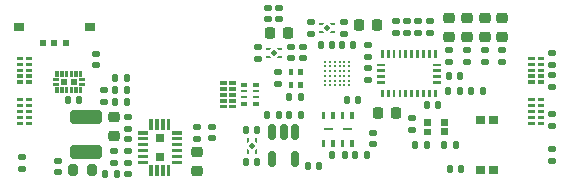
<source format=gbr>
%TF.GenerationSoftware,KiCad,Pcbnew,9.0.6*%
%TF.CreationDate,2025-12-28T22:26:22+01:00*%
%TF.ProjectId,VoxSense,566f7853-656e-4736-952e-6b696361645f,1.0*%
%TF.SameCoordinates,Original*%
%TF.FileFunction,Paste,Top*%
%TF.FilePolarity,Positive*%
%FSLAX46Y46*%
G04 Gerber Fmt 4.6, Leading zero omitted, Abs format (unit mm)*
G04 Created by KiCad (PCBNEW 9.0.6) date 2025-12-28 22:26:22*
%MOMM*%
%LPD*%
G01*
G04 APERTURE LIST*
G04 Aperture macros list*
%AMRoundRect*
0 Rectangle with rounded corners*
0 $1 Rounding radius*
0 $2 $3 $4 $5 $6 $7 $8 $9 X,Y pos of 4 corners*
0 Add a 4 corners polygon primitive as box body*
4,1,4,$2,$3,$4,$5,$6,$7,$8,$9,$2,$3,0*
0 Add four circle primitives for the rounded corners*
1,1,$1+$1,$2,$3*
1,1,$1+$1,$4,$5*
1,1,$1+$1,$6,$7*
1,1,$1+$1,$8,$9*
0 Add four rect primitives between the rounded corners*
20,1,$1+$1,$2,$3,$4,$5,0*
20,1,$1+$1,$4,$5,$6,$7,0*
20,1,$1+$1,$6,$7,$8,$9,0*
20,1,$1+$1,$8,$9,$2,$3,0*%
%AMFreePoly0*
4,1,6,0.180000,0.075000,0.000000,-0.105000,-0.220000,-0.105000,-0.220000,0.105000,0.180000,0.105000,0.180000,0.075000,0.180000,0.075000,$1*%
%AMFreePoly1*
4,1,6,0.180000,-0.075000,0.180000,-0.105000,-0.220000,-0.105000,-0.220000,0.105000,0.000000,0.105000,0.180000,-0.075000,0.180000,-0.075000,$1*%
%AMFreePoly2*
4,1,6,0.220000,-0.105000,0.000000,-0.105000,-0.180000,0.075000,-0.180000,0.105000,0.220000,0.105000,0.220000,-0.105000,0.220000,-0.105000,$1*%
%AMFreePoly3*
4,1,6,0.220000,-0.105000,-0.180000,-0.105000,-0.180000,-0.075000,0.000000,0.105000,0.220000,0.105000,0.220000,-0.105000,0.220000,-0.105000,$1*%
G04 Aperture macros list end*
%ADD10C,0.010000*%
%ADD11RoundRect,0.150000X-0.150000X0.512500X-0.150000X-0.512500X0.150000X-0.512500X0.150000X0.512500X0*%
%ADD12RoundRect,0.140000X0.140000X0.170000X-0.140000X0.170000X-0.140000X-0.170000X0.140000X-0.170000X0*%
%ADD13RoundRect,0.147500X0.147500X0.172500X-0.147500X0.172500X-0.147500X-0.172500X0.147500X-0.172500X0*%
%ADD14C,0.270000*%
%ADD15O,0.100000X0.300000*%
%ADD16O,0.300000X0.100000*%
%ADD17RoundRect,0.140000X-0.140000X-0.170000X0.140000X-0.170000X0.140000X0.170000X-0.140000X0.170000X0*%
%ADD18RoundRect,0.218750X-0.256250X0.218750X-0.256250X-0.218750X0.256250X-0.218750X0.256250X0.218750X0*%
%ADD19FreePoly0,180.000000*%
%ADD20FreePoly1,180.000000*%
%ADD21FreePoly2,180.000000*%
%ADD22FreePoly3,180.000000*%
%ADD23RoundRect,0.112500X0.000000X0.159099X-0.159099X0.000000X0.000000X-0.159099X0.159099X0.000000X0*%
%ADD24RoundRect,0.147500X0.172500X-0.147500X0.172500X0.147500X-0.172500X0.147500X-0.172500X-0.147500X0*%
%ADD25RoundRect,0.200000X0.200000X0.275000X-0.200000X0.275000X-0.200000X-0.275000X0.200000X-0.275000X0*%
%ADD26RoundRect,0.135000X-0.185000X0.135000X-0.185000X-0.135000X0.185000X-0.135000X0.185000X0.135000X0*%
%ADD27RoundRect,0.135000X0.135000X0.185000X-0.135000X0.185000X-0.135000X-0.185000X0.135000X-0.185000X0*%
%ADD28RoundRect,0.135000X0.185000X-0.135000X0.185000X0.135000X-0.185000X0.135000X-0.185000X-0.135000X0*%
%ADD29RoundRect,0.140000X-0.170000X0.140000X-0.170000X-0.140000X0.170000X-0.140000X0.170000X0.140000X0*%
%ADD30RoundRect,0.225000X-0.225000X-0.250000X0.225000X-0.250000X0.225000X0.250000X-0.225000X0.250000X0*%
%ADD31R,0.550000X0.365000*%
%ADD32R,0.550000X0.250000*%
%ADD33RoundRect,0.140000X0.170000X-0.140000X0.170000X0.140000X-0.170000X0.140000X-0.170000X-0.140000X0*%
%ADD34RoundRect,0.147500X-0.172500X0.147500X-0.172500X-0.147500X0.172500X-0.147500X0.172500X0.147500X0*%
%ADD35RoundRect,0.225000X0.225000X0.250000X-0.225000X0.250000X-0.225000X-0.250000X0.225000X-0.250000X0*%
%ADD36FreePoly0,90.000000*%
%ADD37FreePoly1,90.000000*%
%ADD38FreePoly2,90.000000*%
%ADD39FreePoly3,90.000000*%
%ADD40RoundRect,0.112500X0.159099X0.000000X0.000000X0.159099X-0.159099X0.000000X0.000000X-0.159099X0*%
%ADD41RoundRect,0.250000X-1.100000X0.325000X-1.100000X-0.325000X1.100000X-0.325000X1.100000X0.325000X0*%
%ADD42R,0.600000X0.510000*%
%ADD43R,0.900000X0.700000*%
%ADD44RoundRect,0.147500X-0.147500X-0.172500X0.147500X-0.172500X0.147500X0.172500X-0.147500X0.172500X0*%
%ADD45RoundRect,0.135000X-0.135000X-0.185000X0.135000X-0.185000X0.135000X0.185000X-0.135000X0.185000X0*%
%ADD46RoundRect,0.218750X0.256250X-0.218750X0.256250X0.218750X-0.256250X0.218750X-0.256250X-0.218750X0*%
%ADD47RoundRect,0.225000X-0.250000X0.225000X-0.250000X-0.225000X0.250000X-0.225000X0.250000X0.225000X0*%
G04 APERTURE END LIST*
%TO.C,U305*%
D10*
X115000000Y-74650000D02*
X114800000Y-74650000D01*
X114800000Y-75150000D01*
X115000000Y-75150000D01*
X115000000Y-74650000D01*
G36*
X115000000Y-74650000D02*
G01*
X114800000Y-74650000D01*
X114800000Y-75150000D01*
X115000000Y-75150000D01*
X115000000Y-74650000D01*
G37*
X114200000Y-74650000D02*
X114000000Y-74650000D01*
X114000000Y-75150000D01*
X114200000Y-75150000D01*
X114200000Y-74650000D01*
G36*
X114200000Y-74650000D02*
G01*
X114000000Y-74650000D01*
X114000000Y-75150000D01*
X114200000Y-75150000D01*
X114200000Y-74650000D01*
G37*
X113400000Y-74650000D02*
X113200000Y-74650000D01*
X113200000Y-75150000D01*
X113400000Y-75150000D01*
X113400000Y-74650000D01*
G36*
X113400000Y-74650000D02*
G01*
X113200000Y-74650000D01*
X113200000Y-75150000D01*
X113400000Y-75150000D01*
X113400000Y-74650000D01*
G37*
X112600000Y-74650000D02*
X112400000Y-74650000D01*
X112400000Y-75150000D01*
X112600000Y-75150000D01*
X112600000Y-74650000D01*
G36*
X112600000Y-74650000D02*
G01*
X112400000Y-74650000D01*
X112400000Y-75150000D01*
X112600000Y-75150000D01*
X112600000Y-74650000D01*
G37*
X114850000Y-76050000D02*
X114150000Y-76050000D01*
X114150000Y-76150000D01*
X114850000Y-76150000D01*
X114850000Y-76050000D01*
G36*
X114850000Y-76050000D02*
G01*
X114150000Y-76050000D01*
X114150000Y-76150000D01*
X114850000Y-76150000D01*
X114850000Y-76050000D01*
G37*
X113250000Y-76050000D02*
X112550000Y-76050000D01*
X112550000Y-76150000D01*
X113250000Y-76150000D01*
X113250000Y-76050000D01*
G36*
X113250000Y-76050000D02*
G01*
X112550000Y-76050000D01*
X112550000Y-76150000D01*
X113250000Y-76150000D01*
X113250000Y-76050000D01*
G37*
X115000000Y-77050000D02*
X114800000Y-77050000D01*
X114800000Y-77550000D01*
X115000000Y-77550000D01*
X115000000Y-77050000D01*
G36*
X115000000Y-77050000D02*
G01*
X114800000Y-77050000D01*
X114800000Y-77550000D01*
X115000000Y-77550000D01*
X115000000Y-77050000D01*
G37*
X114200000Y-77050000D02*
X114000000Y-77050000D01*
X114000000Y-77550000D01*
X114200000Y-77550000D01*
X114200000Y-77050000D01*
G36*
X114200000Y-77050000D02*
G01*
X114000000Y-77050000D01*
X114000000Y-77550000D01*
X114200000Y-77550000D01*
X114200000Y-77050000D01*
G37*
X113400000Y-77050000D02*
X113200000Y-77050000D01*
X113200000Y-77550000D01*
X113400000Y-77550000D01*
X113400000Y-77050000D01*
G36*
X113400000Y-77050000D02*
G01*
X113200000Y-77050000D01*
X113200000Y-77550000D01*
X113400000Y-77550000D01*
X113400000Y-77050000D01*
G37*
X112600000Y-77050000D02*
X112400000Y-77050000D01*
X112400000Y-77550000D01*
X112600000Y-77550000D01*
X112600000Y-77050000D01*
G36*
X112600000Y-77050000D02*
G01*
X112400000Y-77050000D01*
X112400000Y-77550000D01*
X112600000Y-77550000D01*
X112600000Y-77050000D01*
G37*
%TO.C,U401*%
X122400000Y-70725000D02*
X121825000Y-70725000D01*
X121825000Y-70575000D01*
X122400000Y-70575000D01*
X122400000Y-70725000D01*
G36*
X122400000Y-70725000D02*
G01*
X121825000Y-70725000D01*
X121825000Y-70575000D01*
X122400000Y-70575000D01*
X122400000Y-70725000D01*
G37*
X122400000Y-71225000D02*
X121825000Y-71225000D01*
X121825000Y-71075000D01*
X122400000Y-71075000D01*
X122400000Y-71225000D01*
G36*
X122400000Y-71225000D02*
G01*
X121825000Y-71225000D01*
X121825000Y-71075000D01*
X122400000Y-71075000D01*
X122400000Y-71225000D01*
G37*
X122400000Y-71725000D02*
X121825000Y-71725000D01*
X121825000Y-71575000D01*
X122400000Y-71575000D01*
X122400000Y-71725000D01*
G36*
X122400000Y-71725000D02*
G01*
X121825000Y-71725000D01*
X121825000Y-71575000D01*
X122400000Y-71575000D01*
X122400000Y-71725000D01*
G37*
X122400000Y-72230000D02*
X121825000Y-72230000D01*
X121825000Y-72080000D01*
X122400000Y-72080000D01*
X122400000Y-72230000D01*
G36*
X122400000Y-72230000D02*
G01*
X121825000Y-72230000D01*
X121825000Y-72080000D01*
X122400000Y-72080000D01*
X122400000Y-72230000D01*
G37*
X117625000Y-72225000D02*
X117050000Y-72225000D01*
X117050000Y-72075000D01*
X117625000Y-72075000D01*
X117625000Y-72225000D01*
G36*
X117625000Y-72225000D02*
G01*
X117050000Y-72225000D01*
X117050000Y-72075000D01*
X117625000Y-72075000D01*
X117625000Y-72225000D01*
G37*
X117625000Y-71725000D02*
X117050000Y-71725000D01*
X117050000Y-71575000D01*
X117625000Y-71575000D01*
X117625000Y-71725000D01*
G36*
X117625000Y-71725000D02*
G01*
X117050000Y-71725000D01*
X117050000Y-71575000D01*
X117625000Y-71575000D01*
X117625000Y-71725000D01*
G37*
X117625000Y-71225000D02*
X117050000Y-71225000D01*
X117050000Y-71075000D01*
X117625000Y-71075000D01*
X117625000Y-71225000D01*
G36*
X117625000Y-71225000D02*
G01*
X117050000Y-71225000D01*
X117050000Y-71075000D01*
X117625000Y-71075000D01*
X117625000Y-71225000D01*
G37*
X117627500Y-70725000D02*
X117052500Y-70725000D01*
X117052500Y-70575000D01*
X117627500Y-70575000D01*
X117627500Y-70725000D01*
G36*
X117627500Y-70725000D02*
G01*
X117052500Y-70725000D01*
X117052500Y-70575000D01*
X117627500Y-70575000D01*
X117627500Y-70725000D01*
G37*
X117545000Y-70025000D02*
X117395000Y-70025000D01*
X117395000Y-69450000D01*
X117545000Y-69450000D01*
X117545000Y-70025000D01*
G36*
X117545000Y-70025000D02*
G01*
X117395000Y-70025000D01*
X117395000Y-69450000D01*
X117545000Y-69450000D01*
X117545000Y-70025000D01*
G37*
X118045000Y-70025000D02*
X117895000Y-70025000D01*
X117895000Y-69450000D01*
X118045000Y-69450000D01*
X118045000Y-70025000D01*
G36*
X118045000Y-70025000D02*
G01*
X117895000Y-70025000D01*
X117895000Y-69450000D01*
X118045000Y-69450000D01*
X118045000Y-70025000D01*
G37*
X118545000Y-70025000D02*
X118395000Y-70025000D01*
X118395000Y-69450000D01*
X118545000Y-69450000D01*
X118545000Y-70025000D01*
G36*
X118545000Y-70025000D02*
G01*
X118395000Y-70025000D01*
X118395000Y-69450000D01*
X118545000Y-69450000D01*
X118545000Y-70025000D01*
G37*
X119045000Y-70025000D02*
X118895000Y-70025000D01*
X118895000Y-69450000D01*
X119045000Y-69450000D01*
X119045000Y-70025000D01*
G36*
X119045000Y-70025000D02*
G01*
X118895000Y-70025000D01*
X118895000Y-69450000D01*
X119045000Y-69450000D01*
X119045000Y-70025000D01*
G37*
X119545000Y-70025000D02*
X119395000Y-70025000D01*
X119395000Y-69450000D01*
X119545000Y-69450000D01*
X119545000Y-70025000D01*
G36*
X119545000Y-70025000D02*
G01*
X119395000Y-70025000D01*
X119395000Y-69450000D01*
X119545000Y-69450000D01*
X119545000Y-70025000D01*
G37*
X120045000Y-70025000D02*
X119895000Y-70025000D01*
X119895000Y-69450000D01*
X120045000Y-69450000D01*
X120045000Y-70025000D01*
G36*
X120045000Y-70025000D02*
G01*
X119895000Y-70025000D01*
X119895000Y-69450000D01*
X120045000Y-69450000D01*
X120045000Y-70025000D01*
G37*
X120545000Y-70025000D02*
X120395000Y-70025000D01*
X120395000Y-69450000D01*
X120545000Y-69450000D01*
X120545000Y-70025000D01*
G36*
X120545000Y-70025000D02*
G01*
X120395000Y-70025000D01*
X120395000Y-69450000D01*
X120545000Y-69450000D01*
X120545000Y-70025000D01*
G37*
X121045000Y-70025000D02*
X120895000Y-70025000D01*
X120895000Y-69450000D01*
X121045000Y-69450000D01*
X121045000Y-70025000D01*
G36*
X121045000Y-70025000D02*
G01*
X120895000Y-70025000D01*
X120895000Y-69450000D01*
X121045000Y-69450000D01*
X121045000Y-70025000D01*
G37*
X121545000Y-70025000D02*
X121395000Y-70025000D01*
X121395000Y-69450000D01*
X121545000Y-69450000D01*
X121545000Y-70025000D01*
G36*
X121545000Y-70025000D02*
G01*
X121395000Y-70025000D01*
X121395000Y-69450000D01*
X121545000Y-69450000D01*
X121545000Y-70025000D01*
G37*
X122045000Y-70025000D02*
X121895000Y-70025000D01*
X121895000Y-69450000D01*
X122045000Y-69450000D01*
X122045000Y-70025000D01*
G36*
X122045000Y-70025000D02*
G01*
X121895000Y-70025000D01*
X121895000Y-69450000D01*
X122045000Y-69450000D01*
X122045000Y-70025000D01*
G37*
X117545000Y-73350000D02*
X117395000Y-73350000D01*
X117395000Y-72775000D01*
X117545000Y-72775000D01*
X117545000Y-73350000D01*
G36*
X117545000Y-73350000D02*
G01*
X117395000Y-73350000D01*
X117395000Y-72775000D01*
X117545000Y-72775000D01*
X117545000Y-73350000D01*
G37*
X118045000Y-73350000D02*
X117895000Y-73350000D01*
X117895000Y-72775000D01*
X118045000Y-72775000D01*
X118045000Y-73350000D01*
G36*
X118045000Y-73350000D02*
G01*
X117895000Y-73350000D01*
X117895000Y-72775000D01*
X118045000Y-72775000D01*
X118045000Y-73350000D01*
G37*
X118545000Y-73350000D02*
X118395000Y-73350000D01*
X118395000Y-72775000D01*
X118545000Y-72775000D01*
X118545000Y-73350000D01*
G36*
X118545000Y-73350000D02*
G01*
X118395000Y-73350000D01*
X118395000Y-72775000D01*
X118545000Y-72775000D01*
X118545000Y-73350000D01*
G37*
X119045000Y-73350000D02*
X118895000Y-73350000D01*
X118895000Y-72775000D01*
X119045000Y-72775000D01*
X119045000Y-73350000D01*
G36*
X119045000Y-73350000D02*
G01*
X118895000Y-73350000D01*
X118895000Y-72775000D01*
X119045000Y-72775000D01*
X119045000Y-73350000D01*
G37*
X119545000Y-73350000D02*
X119395000Y-73350000D01*
X119395000Y-72775000D01*
X119545000Y-72775000D01*
X119545000Y-73350000D01*
G36*
X119545000Y-73350000D02*
G01*
X119395000Y-73350000D01*
X119395000Y-72775000D01*
X119545000Y-72775000D01*
X119545000Y-73350000D01*
G37*
X120045000Y-73350000D02*
X119895000Y-73350000D01*
X119895000Y-72775000D01*
X120045000Y-72775000D01*
X120045000Y-73350000D01*
G36*
X120045000Y-73350000D02*
G01*
X119895000Y-73350000D01*
X119895000Y-72775000D01*
X120045000Y-72775000D01*
X120045000Y-73350000D01*
G37*
X120545000Y-73350000D02*
X120395000Y-73350000D01*
X120395000Y-72775000D01*
X120545000Y-72775000D01*
X120545000Y-73350000D01*
G36*
X120545000Y-73350000D02*
G01*
X120395000Y-73350000D01*
X120395000Y-72775000D01*
X120545000Y-72775000D01*
X120545000Y-73350000D01*
G37*
X121045000Y-73350000D02*
X120895000Y-73350000D01*
X120895000Y-72775000D01*
X121045000Y-72775000D01*
X121045000Y-73350000D01*
G36*
X121045000Y-73350000D02*
G01*
X120895000Y-73350000D01*
X120895000Y-72775000D01*
X121045000Y-72775000D01*
X121045000Y-73350000D01*
G37*
X121545000Y-73350000D02*
X121395000Y-73350000D01*
X121395000Y-72775000D01*
X121545000Y-72775000D01*
X121545000Y-73350000D01*
G36*
X121545000Y-73350000D02*
G01*
X121395000Y-73350000D01*
X121395000Y-72775000D01*
X121545000Y-72775000D01*
X121545000Y-73350000D01*
G37*
X122045000Y-73350000D02*
X121895000Y-73350000D01*
X121895000Y-72775000D01*
X122045000Y-72775000D01*
X122045000Y-73350000D01*
G36*
X122045000Y-73350000D02*
G01*
X121895000Y-73350000D01*
X121895000Y-72775000D01*
X122045000Y-72775000D01*
X122045000Y-73350000D01*
G37*
%TO.C,U504*%
X131117101Y-75700000D02*
X130667101Y-75700000D01*
X130667101Y-75500000D01*
X131117101Y-75500000D01*
X131117101Y-75700000D01*
G36*
X131117101Y-75700000D02*
G01*
X130667101Y-75700000D01*
X130667101Y-75500000D01*
X131117101Y-75500000D01*
X131117101Y-75700000D01*
G37*
X131117101Y-75200000D02*
X130667101Y-75200000D01*
X130667101Y-75000000D01*
X131117101Y-75000000D01*
X131117101Y-75200000D01*
G36*
X131117101Y-75200000D02*
G01*
X130667101Y-75200000D01*
X130667101Y-75000000D01*
X131117101Y-75000000D01*
X131117101Y-75200000D01*
G37*
X131117101Y-74700000D02*
X130667101Y-74700000D01*
X130667101Y-74500000D01*
X131117101Y-74500000D01*
X131117101Y-74700000D01*
G36*
X131117101Y-74700000D02*
G01*
X130667101Y-74700000D01*
X130667101Y-74500000D01*
X131117101Y-74500000D01*
X131117101Y-74700000D01*
G37*
X131117101Y-74200000D02*
X130667101Y-74200000D01*
X130667101Y-74000000D01*
X131117101Y-74000000D01*
X131117101Y-74200000D01*
G36*
X131117101Y-74200000D02*
G01*
X130667101Y-74200000D01*
X130667101Y-74000000D01*
X131117101Y-74000000D01*
X131117101Y-74200000D01*
G37*
X131117101Y-73700000D02*
X130667101Y-73700000D01*
X130667101Y-73500000D01*
X131117101Y-73500000D01*
X131117101Y-73700000D01*
G36*
X131117101Y-73700000D02*
G01*
X130667101Y-73700000D01*
X130667101Y-73500000D01*
X131117101Y-73500000D01*
X131117101Y-73700000D01*
G37*
X130342101Y-75700000D02*
X129892101Y-75700000D01*
X129892101Y-75500000D01*
X130342101Y-75500000D01*
X130342101Y-75700000D01*
G36*
X130342101Y-75700000D02*
G01*
X129892101Y-75700000D01*
X129892101Y-75500000D01*
X130342101Y-75500000D01*
X130342101Y-75700000D01*
G37*
X130342101Y-75200000D02*
X129892101Y-75200000D01*
X129892101Y-75000000D01*
X130342101Y-75000000D01*
X130342101Y-75200000D01*
G36*
X130342101Y-75200000D02*
G01*
X129892101Y-75200000D01*
X129892101Y-75000000D01*
X130342101Y-75000000D01*
X130342101Y-75200000D01*
G37*
X130342101Y-74700000D02*
X129892101Y-74700000D01*
X129892101Y-74500000D01*
X130342101Y-74500000D01*
X130342101Y-74700000D01*
G36*
X130342101Y-74700000D02*
G01*
X129892101Y-74700000D01*
X129892101Y-74500000D01*
X130342101Y-74500000D01*
X130342101Y-74700000D01*
G37*
X130342101Y-74200000D02*
X129892101Y-74200000D01*
X129892101Y-74000000D01*
X130342101Y-74000000D01*
X130342101Y-74200000D01*
G36*
X130342101Y-74200000D02*
G01*
X129892101Y-74200000D01*
X129892101Y-74000000D01*
X130342101Y-74000000D01*
X130342101Y-74200000D01*
G37*
X130342101Y-73700000D02*
X129892101Y-73700000D01*
X129892101Y-73500000D01*
X130342101Y-73500000D01*
X130342101Y-73700000D01*
G36*
X130342101Y-73700000D02*
G01*
X129892101Y-73700000D01*
X129892101Y-73500000D01*
X130342101Y-73500000D01*
X130342101Y-73700000D01*
G37*
%TO.C,U503*%
X131117101Y-72200000D02*
X130667101Y-72200000D01*
X130667101Y-72000000D01*
X131117101Y-72000000D01*
X131117101Y-72200000D01*
G36*
X131117101Y-72200000D02*
G01*
X130667101Y-72200000D01*
X130667101Y-72000000D01*
X131117101Y-72000000D01*
X131117101Y-72200000D01*
G37*
X131117101Y-71700000D02*
X130667101Y-71700000D01*
X130667101Y-71500000D01*
X131117101Y-71500000D01*
X131117101Y-71700000D01*
G36*
X131117101Y-71700000D02*
G01*
X130667101Y-71700000D01*
X130667101Y-71500000D01*
X131117101Y-71500000D01*
X131117101Y-71700000D01*
G37*
X131117101Y-71200000D02*
X130667101Y-71200000D01*
X130667101Y-71000000D01*
X131117101Y-71000000D01*
X131117101Y-71200000D01*
G36*
X131117101Y-71200000D02*
G01*
X130667101Y-71200000D01*
X130667101Y-71000000D01*
X131117101Y-71000000D01*
X131117101Y-71200000D01*
G37*
X131117101Y-70700000D02*
X130667101Y-70700000D01*
X130667101Y-70500000D01*
X131117101Y-70500000D01*
X131117101Y-70700000D01*
G36*
X131117101Y-70700000D02*
G01*
X130667101Y-70700000D01*
X130667101Y-70500000D01*
X131117101Y-70500000D01*
X131117101Y-70700000D01*
G37*
X131117101Y-70200000D02*
X130667101Y-70200000D01*
X130667101Y-70000000D01*
X131117101Y-70000000D01*
X131117101Y-70200000D01*
G36*
X131117101Y-70200000D02*
G01*
X130667101Y-70200000D01*
X130667101Y-70000000D01*
X131117101Y-70000000D01*
X131117101Y-70200000D01*
G37*
X130342101Y-72200000D02*
X129892101Y-72200000D01*
X129892101Y-72000000D01*
X130342101Y-72000000D01*
X130342101Y-72200000D01*
G36*
X130342101Y-72200000D02*
G01*
X129892101Y-72200000D01*
X129892101Y-72000000D01*
X130342101Y-72000000D01*
X130342101Y-72200000D01*
G37*
X130342101Y-71700000D02*
X129892101Y-71700000D01*
X129892101Y-71500000D01*
X130342101Y-71500000D01*
X130342101Y-71700000D01*
G36*
X130342101Y-71700000D02*
G01*
X129892101Y-71700000D01*
X129892101Y-71500000D01*
X130342101Y-71500000D01*
X130342101Y-71700000D01*
G37*
X130342101Y-71200000D02*
X129892101Y-71200000D01*
X129892101Y-71000000D01*
X130342101Y-71000000D01*
X130342101Y-71200000D01*
G36*
X130342101Y-71200000D02*
G01*
X129892101Y-71200000D01*
X129892101Y-71000000D01*
X130342101Y-71000000D01*
X130342101Y-71200000D01*
G37*
X130342101Y-70700000D02*
X129892101Y-70700000D01*
X129892101Y-70500000D01*
X130342101Y-70500000D01*
X130342101Y-70700000D01*
G36*
X130342101Y-70700000D02*
G01*
X129892101Y-70700000D01*
X129892101Y-70500000D01*
X130342101Y-70500000D01*
X130342101Y-70700000D01*
G37*
X130342101Y-70200000D02*
X129892101Y-70200000D01*
X129892101Y-70000000D01*
X130342101Y-70000000D01*
X130342101Y-70200000D01*
G36*
X130342101Y-70200000D02*
G01*
X129892101Y-70200000D01*
X129892101Y-70000000D01*
X130342101Y-70000000D01*
X130342101Y-70200000D01*
G37*
%TO.C,U502*%
X86585000Y-70000000D02*
X87035000Y-70000000D01*
X87035000Y-70200000D01*
X86585000Y-70200000D01*
X86585000Y-70000000D01*
G36*
X86585000Y-70000000D02*
G01*
X87035000Y-70000000D01*
X87035000Y-70200000D01*
X86585000Y-70200000D01*
X86585000Y-70000000D01*
G37*
X86585000Y-70500000D02*
X87035000Y-70500000D01*
X87035000Y-70700000D01*
X86585000Y-70700000D01*
X86585000Y-70500000D01*
G36*
X86585000Y-70500000D02*
G01*
X87035000Y-70500000D01*
X87035000Y-70700000D01*
X86585000Y-70700000D01*
X86585000Y-70500000D01*
G37*
X86585000Y-71000000D02*
X87035000Y-71000000D01*
X87035000Y-71200000D01*
X86585000Y-71200000D01*
X86585000Y-71000000D01*
G36*
X86585000Y-71000000D02*
G01*
X87035000Y-71000000D01*
X87035000Y-71200000D01*
X86585000Y-71200000D01*
X86585000Y-71000000D01*
G37*
X86585000Y-71500000D02*
X87035000Y-71500000D01*
X87035000Y-71700000D01*
X86585000Y-71700000D01*
X86585000Y-71500000D01*
G36*
X86585000Y-71500000D02*
G01*
X87035000Y-71500000D01*
X87035000Y-71700000D01*
X86585000Y-71700000D01*
X86585000Y-71500000D01*
G37*
X86585000Y-72000000D02*
X87035000Y-72000000D01*
X87035000Y-72200000D01*
X86585000Y-72200000D01*
X86585000Y-72000000D01*
G36*
X86585000Y-72000000D02*
G01*
X87035000Y-72000000D01*
X87035000Y-72200000D01*
X86585000Y-72200000D01*
X86585000Y-72000000D01*
G37*
X87360000Y-70000000D02*
X87810000Y-70000000D01*
X87810000Y-70200000D01*
X87360000Y-70200000D01*
X87360000Y-70000000D01*
G36*
X87360000Y-70000000D02*
G01*
X87810000Y-70000000D01*
X87810000Y-70200000D01*
X87360000Y-70200000D01*
X87360000Y-70000000D01*
G37*
X87360000Y-70500000D02*
X87810000Y-70500000D01*
X87810000Y-70700000D01*
X87360000Y-70700000D01*
X87360000Y-70500000D01*
G36*
X87360000Y-70500000D02*
G01*
X87810000Y-70500000D01*
X87810000Y-70700000D01*
X87360000Y-70700000D01*
X87360000Y-70500000D01*
G37*
X87360000Y-71000000D02*
X87810000Y-71000000D01*
X87810000Y-71200000D01*
X87360000Y-71200000D01*
X87360000Y-71000000D01*
G36*
X87360000Y-71000000D02*
G01*
X87810000Y-71000000D01*
X87810000Y-71200000D01*
X87360000Y-71200000D01*
X87360000Y-71000000D01*
G37*
X87360000Y-71500000D02*
X87810000Y-71500000D01*
X87810000Y-71700000D01*
X87360000Y-71700000D01*
X87360000Y-71500000D01*
G36*
X87360000Y-71500000D02*
G01*
X87810000Y-71500000D01*
X87810000Y-71700000D01*
X87360000Y-71700000D01*
X87360000Y-71500000D01*
G37*
X87360000Y-72000000D02*
X87810000Y-72000000D01*
X87810000Y-72200000D01*
X87360000Y-72200000D01*
X87360000Y-72000000D01*
G36*
X87360000Y-72000000D02*
G01*
X87810000Y-72000000D01*
X87810000Y-72200000D01*
X87360000Y-72200000D01*
X87360000Y-72000000D01*
G37*
%TO.C,U302*%
X103800000Y-72087000D02*
X104250000Y-72087000D01*
X104250000Y-72287000D01*
X103800000Y-72287000D01*
X103800000Y-72087000D01*
G36*
X103800000Y-72087000D02*
G01*
X104250000Y-72087000D01*
X104250000Y-72287000D01*
X103800000Y-72287000D01*
X103800000Y-72087000D01*
G37*
X103800000Y-72587000D02*
X104250000Y-72587000D01*
X104250000Y-72787000D01*
X103800000Y-72787000D01*
X103800000Y-72587000D01*
G36*
X103800000Y-72587000D02*
G01*
X104250000Y-72587000D01*
X104250000Y-72787000D01*
X103800000Y-72787000D01*
X103800000Y-72587000D01*
G37*
X103800000Y-73087000D02*
X104250000Y-73087000D01*
X104250000Y-73287000D01*
X103800000Y-73287000D01*
X103800000Y-73087000D01*
G36*
X103800000Y-73087000D02*
G01*
X104250000Y-73087000D01*
X104250000Y-73287000D01*
X103800000Y-73287000D01*
X103800000Y-73087000D01*
G37*
X103800000Y-73587000D02*
X104250000Y-73587000D01*
X104250000Y-73787000D01*
X103800000Y-73787000D01*
X103800000Y-73587000D01*
G36*
X103800000Y-73587000D02*
G01*
X104250000Y-73587000D01*
X104250000Y-73787000D01*
X103800000Y-73787000D01*
X103800000Y-73587000D01*
G37*
X103800000Y-74087000D02*
X104250000Y-74087000D01*
X104250000Y-74287000D01*
X103800000Y-74287000D01*
X103800000Y-74087000D01*
G36*
X103800000Y-74087000D02*
G01*
X104250000Y-74087000D01*
X104250000Y-74287000D01*
X103800000Y-74287000D01*
X103800000Y-74087000D01*
G37*
X104575000Y-72087000D02*
X105025000Y-72087000D01*
X105025000Y-72287000D01*
X104575000Y-72287000D01*
X104575000Y-72087000D01*
G36*
X104575000Y-72087000D02*
G01*
X105025000Y-72087000D01*
X105025000Y-72287000D01*
X104575000Y-72287000D01*
X104575000Y-72087000D01*
G37*
X104575000Y-72587000D02*
X105025000Y-72587000D01*
X105025000Y-72787000D01*
X104575000Y-72787000D01*
X104575000Y-72587000D01*
G36*
X104575000Y-72587000D02*
G01*
X105025000Y-72587000D01*
X105025000Y-72787000D01*
X104575000Y-72787000D01*
X104575000Y-72587000D01*
G37*
X104575000Y-73087000D02*
X105025000Y-73087000D01*
X105025000Y-73287000D01*
X104575000Y-73287000D01*
X104575000Y-73087000D01*
G36*
X104575000Y-73087000D02*
G01*
X105025000Y-73087000D01*
X105025000Y-73287000D01*
X104575000Y-73287000D01*
X104575000Y-73087000D01*
G37*
X104575000Y-73587000D02*
X105025000Y-73587000D01*
X105025000Y-73787000D01*
X104575000Y-73787000D01*
X104575000Y-73587000D01*
G36*
X104575000Y-73587000D02*
G01*
X105025000Y-73587000D01*
X105025000Y-73787000D01*
X104575000Y-73787000D01*
X104575000Y-73587000D01*
G37*
X104575000Y-74087000D02*
X105025000Y-74087000D01*
X105025000Y-74287000D01*
X104575000Y-74287000D01*
X104575000Y-74087000D01*
G36*
X104575000Y-74087000D02*
G01*
X105025000Y-74087000D01*
X105025000Y-74287000D01*
X104575000Y-74287000D01*
X104575000Y-74087000D01*
G37*
%TO.C,U501*%
X86585000Y-73500000D02*
X87035000Y-73500000D01*
X87035000Y-73700000D01*
X86585000Y-73700000D01*
X86585000Y-73500000D01*
G36*
X86585000Y-73500000D02*
G01*
X87035000Y-73500000D01*
X87035000Y-73700000D01*
X86585000Y-73700000D01*
X86585000Y-73500000D01*
G37*
X86585000Y-74000000D02*
X87035000Y-74000000D01*
X87035000Y-74200000D01*
X86585000Y-74200000D01*
X86585000Y-74000000D01*
G36*
X86585000Y-74000000D02*
G01*
X87035000Y-74000000D01*
X87035000Y-74200000D01*
X86585000Y-74200000D01*
X86585000Y-74000000D01*
G37*
X86585000Y-74500000D02*
X87035000Y-74500000D01*
X87035000Y-74700000D01*
X86585000Y-74700000D01*
X86585000Y-74500000D01*
G36*
X86585000Y-74500000D02*
G01*
X87035000Y-74500000D01*
X87035000Y-74700000D01*
X86585000Y-74700000D01*
X86585000Y-74500000D01*
G37*
X86585000Y-75000000D02*
X87035000Y-75000000D01*
X87035000Y-75200000D01*
X86585000Y-75200000D01*
X86585000Y-75000000D01*
G36*
X86585000Y-75000000D02*
G01*
X87035000Y-75000000D01*
X87035000Y-75200000D01*
X86585000Y-75200000D01*
X86585000Y-75000000D01*
G37*
X86585000Y-75500000D02*
X87035000Y-75500000D01*
X87035000Y-75700000D01*
X86585000Y-75700000D01*
X86585000Y-75500000D01*
G36*
X86585000Y-75500000D02*
G01*
X87035000Y-75500000D01*
X87035000Y-75700000D01*
X86585000Y-75700000D01*
X86585000Y-75500000D01*
G37*
X87360000Y-73500000D02*
X87810000Y-73500000D01*
X87810000Y-73700000D01*
X87360000Y-73700000D01*
X87360000Y-73500000D01*
G36*
X87360000Y-73500000D02*
G01*
X87810000Y-73500000D01*
X87810000Y-73700000D01*
X87360000Y-73700000D01*
X87360000Y-73500000D01*
G37*
X87360000Y-74000000D02*
X87810000Y-74000000D01*
X87810000Y-74200000D01*
X87360000Y-74200000D01*
X87360000Y-74000000D01*
G36*
X87360000Y-74000000D02*
G01*
X87810000Y-74000000D01*
X87810000Y-74200000D01*
X87360000Y-74200000D01*
X87360000Y-74000000D01*
G37*
X87360000Y-74500000D02*
X87810000Y-74500000D01*
X87810000Y-74700000D01*
X87360000Y-74700000D01*
X87360000Y-74500000D01*
G36*
X87360000Y-74500000D02*
G01*
X87810000Y-74500000D01*
X87810000Y-74700000D01*
X87360000Y-74700000D01*
X87360000Y-74500000D01*
G37*
X87360000Y-75000000D02*
X87810000Y-75000000D01*
X87810000Y-75200000D01*
X87360000Y-75200000D01*
X87360000Y-75000000D01*
G36*
X87360000Y-75000000D02*
G01*
X87810000Y-75000000D01*
X87810000Y-75200000D01*
X87360000Y-75200000D01*
X87360000Y-75000000D01*
G37*
X87360000Y-75500000D02*
X87810000Y-75500000D01*
X87810000Y-75700000D01*
X87360000Y-75700000D01*
X87360000Y-75500000D01*
G36*
X87360000Y-75500000D02*
G01*
X87810000Y-75500000D01*
X87810000Y-75700000D01*
X87360000Y-75700000D01*
X87360000Y-75500000D01*
G37*
%TO.C,SW301*%
X126590000Y-79810000D02*
X127190000Y-79810000D01*
X127190000Y-79210000D01*
X126590000Y-79210000D01*
X126590000Y-79810000D01*
G36*
X126590000Y-79810000D02*
G01*
X127190000Y-79810000D01*
X127190000Y-79210000D01*
X126590000Y-79210000D01*
X126590000Y-79810000D01*
G37*
X125490000Y-79810000D02*
X126090000Y-79810000D01*
X126090000Y-79210000D01*
X125490000Y-79210000D01*
X125490000Y-79810000D01*
G36*
X125490000Y-79810000D02*
G01*
X126090000Y-79810000D01*
X126090000Y-79210000D01*
X125490000Y-79210000D01*
X125490000Y-79810000D01*
G37*
X126590000Y-75610000D02*
X127190000Y-75610000D01*
X127190000Y-75010000D01*
X126590000Y-75010000D01*
X126590000Y-75610000D01*
G36*
X126590000Y-75610000D02*
G01*
X127190000Y-75610000D01*
X127190000Y-75010000D01*
X126590000Y-75010000D01*
X126590000Y-75610000D01*
G37*
X125490000Y-75610000D02*
X126090000Y-75610000D01*
X126090000Y-75010000D01*
X125490000Y-75010000D01*
X125490000Y-75610000D01*
G36*
X125490000Y-75610000D02*
G01*
X126090000Y-75610000D01*
X126090000Y-75010000D01*
X125490000Y-75010000D01*
X125490000Y-75610000D01*
G37*
%TO.C,Y401*%
X121020000Y-76075000D02*
X121520000Y-76075000D01*
X121520000Y-76575000D01*
X121020000Y-76575000D01*
X121020000Y-76075000D01*
G36*
X121020000Y-76075000D02*
G01*
X121520000Y-76075000D01*
X121520000Y-76575000D01*
X121020000Y-76575000D01*
X121020000Y-76075000D01*
G37*
X121020000Y-75300000D02*
X121520000Y-75300000D01*
X121520000Y-75800000D01*
X121020000Y-75800000D01*
X121020000Y-75300000D01*
G36*
X121020000Y-75300000D02*
G01*
X121520000Y-75300000D01*
X121520000Y-75800000D01*
X121020000Y-75800000D01*
X121020000Y-75300000D01*
G37*
X122520000Y-76050000D02*
X123020000Y-76050000D01*
X123020000Y-76550000D01*
X122520000Y-76550000D01*
X122520000Y-76050000D01*
G36*
X122520000Y-76050000D02*
G01*
X123020000Y-76050000D01*
X123020000Y-76550000D01*
X122520000Y-76550000D01*
X122520000Y-76050000D01*
G37*
X122520000Y-75275000D02*
X123020000Y-75275000D01*
X123020000Y-75775000D01*
X122520000Y-75775000D01*
X122520000Y-75275000D01*
G36*
X122520000Y-75275000D02*
G01*
X123020000Y-75275000D01*
X123020000Y-75775000D01*
X122520000Y-75775000D01*
X122520000Y-75275000D01*
G37*
%TO.C,Y301*%
X109580000Y-71060000D02*
X109880000Y-71060000D01*
X109880000Y-71460000D01*
X109580000Y-71460000D01*
X109580000Y-71060000D01*
G36*
X109580000Y-71060000D02*
G01*
X109880000Y-71060000D01*
X109880000Y-71460000D01*
X109580000Y-71460000D01*
X109580000Y-71060000D01*
G37*
X109580000Y-72160000D02*
X109880000Y-72160000D01*
X109880000Y-72560000D01*
X109580000Y-72560000D01*
X109580000Y-72160000D01*
G36*
X109580000Y-72160000D02*
G01*
X109880000Y-72160000D01*
X109880000Y-72560000D01*
X109580000Y-72560000D01*
X109580000Y-72160000D01*
G37*
X110380000Y-72160000D02*
X110680000Y-72160000D01*
X110680000Y-72560000D01*
X110380000Y-72560000D01*
X110380000Y-72160000D01*
G36*
X110380000Y-72160000D02*
G01*
X110680000Y-72160000D01*
X110680000Y-72560000D01*
X110380000Y-72560000D01*
X110380000Y-72160000D01*
G37*
X110380000Y-71060000D02*
X110680000Y-71060000D01*
X110680000Y-71460000D01*
X110380000Y-71460000D01*
X110380000Y-71060000D01*
G36*
X110380000Y-71060000D02*
G01*
X110680000Y-71060000D01*
X110680000Y-71460000D01*
X110380000Y-71460000D01*
X110380000Y-71060000D01*
G37*
%TO.C,U101*%
X100500000Y-79000000D02*
X99700000Y-79000000D01*
X99700000Y-78800000D01*
X100500000Y-78800000D01*
X100500000Y-79000000D01*
G36*
X100500000Y-79000000D02*
G01*
X99700000Y-79000000D01*
X99700000Y-78800000D01*
X100500000Y-78800000D01*
X100500000Y-79000000D01*
G37*
X100500000Y-78500000D02*
X99700000Y-78500000D01*
X99700000Y-78300000D01*
X100500000Y-78300000D01*
X100500000Y-78500000D01*
G36*
X100500000Y-78500000D02*
G01*
X99700000Y-78500000D01*
X99700000Y-78300000D01*
X100500000Y-78300000D01*
X100500000Y-78500000D01*
G37*
X100500000Y-78000000D02*
X99700000Y-78000000D01*
X99700000Y-77800000D01*
X100500000Y-77800000D01*
X100500000Y-78000000D01*
G36*
X100500000Y-78000000D02*
G01*
X99700000Y-78000000D01*
X99700000Y-77800000D01*
X100500000Y-77800000D01*
X100500000Y-78000000D01*
G37*
X100500000Y-77500000D02*
X99700000Y-77500000D01*
X99700000Y-77300000D01*
X100500000Y-77300000D01*
X100500000Y-77500000D01*
G36*
X100500000Y-77500000D02*
G01*
X99700000Y-77500000D01*
X99700000Y-77300000D01*
X100500000Y-77300000D01*
X100500000Y-77500000D01*
G37*
X100500000Y-77000000D02*
X99700000Y-77000000D01*
X99700000Y-76800000D01*
X100500000Y-76800000D01*
X100500000Y-77000000D01*
G36*
X100500000Y-77000000D02*
G01*
X99700000Y-77000000D01*
X99700000Y-76800000D01*
X100500000Y-76800000D01*
X100500000Y-77000000D01*
G37*
X100500000Y-76500000D02*
X99700000Y-76500000D01*
X99700000Y-76300000D01*
X100500000Y-76300000D01*
X100500000Y-76500000D01*
G36*
X100500000Y-76500000D02*
G01*
X99700000Y-76500000D01*
X99700000Y-76300000D01*
X100500000Y-76300000D01*
X100500000Y-76500000D01*
G37*
X99500000Y-80000000D02*
X99300000Y-80000000D01*
X99300000Y-79200000D01*
X99500000Y-79200000D01*
X99500000Y-80000000D01*
G36*
X99500000Y-80000000D02*
G01*
X99300000Y-80000000D01*
X99300000Y-79200000D01*
X99500000Y-79200000D01*
X99500000Y-80000000D01*
G37*
X99500000Y-76100000D02*
X99300000Y-76100000D01*
X99300000Y-75300000D01*
X99500000Y-75300000D01*
X99500000Y-76100000D01*
G36*
X99500000Y-76100000D02*
G01*
X99300000Y-76100000D01*
X99300000Y-75300000D01*
X99500000Y-75300000D01*
X99500000Y-76100000D01*
G37*
X99000000Y-80000000D02*
X98800000Y-80000000D01*
X98800000Y-79200000D01*
X99000000Y-79200000D01*
X99000000Y-80000000D01*
G36*
X99000000Y-80000000D02*
G01*
X98800000Y-80000000D01*
X98800000Y-79200000D01*
X99000000Y-79200000D01*
X99000000Y-80000000D01*
G37*
X99000000Y-76100000D02*
X98800000Y-76100000D01*
X98800000Y-75300000D01*
X99000000Y-75300000D01*
X99000000Y-76100000D01*
G36*
X99000000Y-76100000D02*
G01*
X98800000Y-76100000D01*
X98800000Y-75300000D01*
X99000000Y-75300000D01*
X99000000Y-76100000D01*
G37*
X98950000Y-78750000D02*
X98350000Y-78750000D01*
X98350000Y-78150000D01*
X98950000Y-78150000D01*
X98950000Y-78750000D01*
G36*
X98950000Y-78750000D02*
G01*
X98350000Y-78750000D01*
X98350000Y-78150000D01*
X98950000Y-78150000D01*
X98950000Y-78750000D01*
G37*
X98950000Y-77150000D02*
X98350000Y-77150000D01*
X98350000Y-76550000D01*
X98950000Y-76550000D01*
X98950000Y-77150000D01*
G36*
X98950000Y-77150000D02*
G01*
X98350000Y-77150000D01*
X98350000Y-76550000D01*
X98950000Y-76550000D01*
X98950000Y-77150000D01*
G37*
X98500000Y-80000000D02*
X98300000Y-80000000D01*
X98300000Y-79200000D01*
X98500000Y-79200000D01*
X98500000Y-80000000D01*
G36*
X98500000Y-80000000D02*
G01*
X98300000Y-80000000D01*
X98300000Y-79200000D01*
X98500000Y-79200000D01*
X98500000Y-80000000D01*
G37*
X98500000Y-76100000D02*
X98300000Y-76100000D01*
X98300000Y-75300000D01*
X98500000Y-75300000D01*
X98500000Y-76100000D01*
G36*
X98500000Y-76100000D02*
G01*
X98300000Y-76100000D01*
X98300000Y-75300000D01*
X98500000Y-75300000D01*
X98500000Y-76100000D01*
G37*
X98000000Y-80000000D02*
X97800000Y-80000000D01*
X97800000Y-79200000D01*
X98000000Y-79200000D01*
X98000000Y-80000000D01*
G36*
X98000000Y-80000000D02*
G01*
X97800000Y-80000000D01*
X97800000Y-79200000D01*
X98000000Y-79200000D01*
X98000000Y-80000000D01*
G37*
X98000000Y-76100000D02*
X97800000Y-76100000D01*
X97800000Y-75300000D01*
X98000000Y-75300000D01*
X98000000Y-76100000D01*
G36*
X98000000Y-76100000D02*
G01*
X97800000Y-76100000D01*
X97800000Y-75300000D01*
X98000000Y-75300000D01*
X98000000Y-76100000D01*
G37*
X97600000Y-79000000D02*
X96800000Y-79000000D01*
X96800000Y-78800000D01*
X97600000Y-78800000D01*
X97600000Y-79000000D01*
G36*
X97600000Y-79000000D02*
G01*
X96800000Y-79000000D01*
X96800000Y-78800000D01*
X97600000Y-78800000D01*
X97600000Y-79000000D01*
G37*
X97600000Y-78500000D02*
X96800000Y-78500000D01*
X96800000Y-78300000D01*
X97600000Y-78300000D01*
X97600000Y-78500000D01*
G36*
X97600000Y-78500000D02*
G01*
X96800000Y-78500000D01*
X96800000Y-78300000D01*
X97600000Y-78300000D01*
X97600000Y-78500000D01*
G37*
X97600000Y-78000000D02*
X96800000Y-78000000D01*
X96800000Y-77800000D01*
X97600000Y-77800000D01*
X97600000Y-78000000D01*
G36*
X97600000Y-78000000D02*
G01*
X96800000Y-78000000D01*
X96800000Y-77800000D01*
X97600000Y-77800000D01*
X97600000Y-78000000D01*
G37*
X97600000Y-77500000D02*
X96800000Y-77500000D01*
X96800000Y-77300000D01*
X97600000Y-77300000D01*
X97600000Y-77500000D01*
G36*
X97600000Y-77500000D02*
G01*
X96800000Y-77500000D01*
X96800000Y-77300000D01*
X97600000Y-77300000D01*
X97600000Y-77500000D01*
G37*
X97600000Y-77000000D02*
X96800000Y-77000000D01*
X96800000Y-76800000D01*
X97600000Y-76800000D01*
X97600000Y-77000000D01*
G36*
X97600000Y-77000000D02*
G01*
X96800000Y-77000000D01*
X96800000Y-76800000D01*
X97600000Y-76800000D01*
X97600000Y-77000000D01*
G37*
X97600000Y-76500000D02*
X96800000Y-76500000D01*
X96800000Y-76300000D01*
X97600000Y-76300000D01*
X97600000Y-76500000D01*
G36*
X97600000Y-76500000D02*
G01*
X96800000Y-76500000D01*
X96800000Y-76300000D01*
X97600000Y-76300000D01*
X97600000Y-76500000D01*
G37*
%TO.C,U505*%
X89850000Y-73000000D02*
X90050000Y-73000000D01*
X90050000Y-72600000D01*
X89850000Y-72600000D01*
X89850000Y-73000000D01*
G36*
X89850000Y-73000000D02*
G01*
X90050000Y-73000000D01*
X90050000Y-72600000D01*
X89850000Y-72600000D01*
X89850000Y-73000000D01*
G37*
X90250000Y-73000000D02*
X90450000Y-73000000D01*
X90450000Y-72600000D01*
X90250000Y-72600000D01*
X90250000Y-73000000D01*
G36*
X90250000Y-73000000D02*
G01*
X90450000Y-73000000D01*
X90450000Y-72600000D01*
X90250000Y-72600000D01*
X90250000Y-73000000D01*
G37*
X90650000Y-73000000D02*
X90850000Y-73000000D01*
X90850000Y-72600000D01*
X90650000Y-72600000D01*
X90650000Y-73000000D01*
G36*
X90650000Y-73000000D02*
G01*
X90850000Y-73000000D01*
X90850000Y-72600000D01*
X90650000Y-72600000D01*
X90650000Y-73000000D01*
G37*
X91050000Y-73000000D02*
X91250000Y-73000000D01*
X91250000Y-72600000D01*
X91050000Y-72600000D01*
X91050000Y-73000000D01*
G36*
X91050000Y-73000000D02*
G01*
X91250000Y-73000000D01*
X91250000Y-72600000D01*
X91050000Y-72600000D01*
X91050000Y-73000000D01*
G37*
X91450000Y-73000000D02*
X91650000Y-73000000D01*
X91650000Y-72600000D01*
X91450000Y-72600000D01*
X91450000Y-73000000D01*
G36*
X91450000Y-73000000D02*
G01*
X91650000Y-73000000D01*
X91650000Y-72600000D01*
X91450000Y-72600000D01*
X91450000Y-73000000D01*
G37*
X91850000Y-73000000D02*
X92050000Y-73000000D01*
X92050000Y-72600000D01*
X91850000Y-72600000D01*
X91850000Y-73000000D01*
G36*
X91850000Y-73000000D02*
G01*
X92050000Y-73000000D01*
X92050000Y-72600000D01*
X91850000Y-72600000D01*
X91850000Y-73000000D01*
G37*
X89650000Y-72400000D02*
X90050000Y-72400000D01*
X90050000Y-72200000D01*
X89650000Y-72200000D01*
X89650000Y-72400000D01*
G36*
X89650000Y-72400000D02*
G01*
X90050000Y-72400000D01*
X90050000Y-72200000D01*
X89650000Y-72200000D01*
X89650000Y-72400000D01*
G37*
X91850000Y-72400000D02*
X92250000Y-72400000D01*
X92250000Y-72200000D01*
X91850000Y-72200000D01*
X91850000Y-72400000D01*
G36*
X91850000Y-72400000D02*
G01*
X92250000Y-72400000D01*
X92250000Y-72200000D01*
X91850000Y-72200000D01*
X91850000Y-72400000D01*
G37*
X90350000Y-72300000D02*
X90750000Y-72300000D01*
X90750000Y-71900000D01*
X90350000Y-71900000D01*
X90350000Y-72300000D01*
G36*
X90350000Y-72300000D02*
G01*
X90750000Y-72300000D01*
X90750000Y-71900000D01*
X90350000Y-71900000D01*
X90350000Y-72300000D01*
G37*
X91150000Y-72300000D02*
X91550000Y-72300000D01*
X91550000Y-71900000D01*
X91150000Y-71900000D01*
X91150000Y-72300000D01*
G36*
X91150000Y-72300000D02*
G01*
X91550000Y-72300000D01*
X91550000Y-71900000D01*
X91150000Y-71900000D01*
X91150000Y-72300000D01*
G37*
X89650000Y-72000000D02*
X90050000Y-72000000D01*
X90050000Y-71800000D01*
X89650000Y-71800000D01*
X89650000Y-72000000D01*
G36*
X89650000Y-72000000D02*
G01*
X90050000Y-72000000D01*
X90050000Y-71800000D01*
X89650000Y-71800000D01*
X89650000Y-72000000D01*
G37*
X91850000Y-72000000D02*
X92250000Y-72000000D01*
X92250000Y-71800000D01*
X91850000Y-71800000D01*
X91850000Y-72000000D01*
G36*
X91850000Y-72000000D02*
G01*
X92250000Y-72000000D01*
X92250000Y-71800000D01*
X91850000Y-71800000D01*
X91850000Y-72000000D01*
G37*
X89850000Y-71600000D02*
X90050000Y-71600000D01*
X90050000Y-71200000D01*
X89850000Y-71200000D01*
X89850000Y-71600000D01*
G36*
X89850000Y-71600000D02*
G01*
X90050000Y-71600000D01*
X90050000Y-71200000D01*
X89850000Y-71200000D01*
X89850000Y-71600000D01*
G37*
X90250000Y-71600000D02*
X90450000Y-71600000D01*
X90450000Y-71200000D01*
X90250000Y-71200000D01*
X90250000Y-71600000D01*
G36*
X90250000Y-71600000D02*
G01*
X90450000Y-71600000D01*
X90450000Y-71200000D01*
X90250000Y-71200000D01*
X90250000Y-71600000D01*
G37*
X90650000Y-71600000D02*
X90850000Y-71600000D01*
X90850000Y-71200000D01*
X90650000Y-71200000D01*
X90650000Y-71600000D01*
G36*
X90650000Y-71600000D02*
G01*
X90850000Y-71600000D01*
X90850000Y-71200000D01*
X90650000Y-71200000D01*
X90650000Y-71600000D01*
G37*
X91050000Y-71600000D02*
X91250000Y-71600000D01*
X91250000Y-71200000D01*
X91050000Y-71200000D01*
X91050000Y-71600000D01*
G36*
X91050000Y-71600000D02*
G01*
X91250000Y-71600000D01*
X91250000Y-71200000D01*
X91050000Y-71200000D01*
X91050000Y-71600000D01*
G37*
X91450000Y-71600000D02*
X91650000Y-71600000D01*
X91650000Y-71200000D01*
X91450000Y-71200000D01*
X91450000Y-71600000D01*
G36*
X91450000Y-71600000D02*
G01*
X91650000Y-71600000D01*
X91650000Y-71200000D01*
X91450000Y-71200000D01*
X91450000Y-71600000D01*
G37*
X91850000Y-71600000D02*
X92050000Y-71600000D01*
X92050000Y-71200000D01*
X91850000Y-71200000D01*
X91850000Y-71600000D01*
G36*
X91850000Y-71600000D02*
G01*
X92050000Y-71600000D01*
X92050000Y-71200000D01*
X91850000Y-71200000D01*
X91850000Y-71600000D01*
G37*
%TD*%
D11*
%TO.C,U204*%
X110110000Y-76340000D03*
X109160000Y-76340000D03*
X108210000Y-76340000D03*
X108210000Y-78615000D03*
X110110000Y-78615000D03*
%TD*%
D12*
%TO.C,C501*%
X91876073Y-73670000D03*
X90916073Y-73670000D03*
%TD*%
%TO.C,C207*%
X108737500Y-74927500D03*
X107777500Y-74927500D03*
%TD*%
D13*
%TO.C,D302*%
X95886073Y-73800000D03*
X94916073Y-73800000D03*
%TD*%
D14*
%TO.C,U301*%
X112710000Y-70420000D03*
D15*
X113110000Y-70420000D03*
X113510000Y-70420000D03*
X113910000Y-70420000D03*
X114310000Y-70420000D03*
D14*
X114710000Y-70420000D03*
D16*
X112710000Y-70820000D03*
D14*
X113110000Y-70820000D03*
X113510000Y-70820000D03*
X113910000Y-70820000D03*
X114310000Y-70820000D03*
D16*
X114710000Y-70820000D03*
X112710000Y-71220000D03*
D14*
X113110000Y-71220000D03*
X113510000Y-71220000D03*
X113910000Y-71220000D03*
X114310000Y-71220000D03*
D16*
X114710000Y-71220000D03*
X112710000Y-71620000D03*
D14*
X113110000Y-71620000D03*
X113510000Y-71620000D03*
X113910000Y-71620000D03*
X114310000Y-71620000D03*
D16*
X114710000Y-71620000D03*
X112710000Y-72020000D03*
D14*
X113110000Y-72020000D03*
X113510000Y-72020000D03*
X113910000Y-72020000D03*
X114310000Y-72020000D03*
D16*
X114710000Y-72020000D03*
D14*
X112710000Y-72420000D03*
D15*
X113110000Y-72420000D03*
X113510000Y-72420000D03*
X113910000Y-72420000D03*
X114310000Y-72420000D03*
D14*
X114710000Y-72420000D03*
%TD*%
D17*
%TO.C,C401*%
X121300000Y-74120000D03*
X122260000Y-74120000D03*
%TD*%
%TO.C,C402*%
X123140000Y-71650000D03*
X124100000Y-71650000D03*
%TD*%
D18*
%TO.C,D306*%
X123190000Y-66720000D03*
X123190000Y-68295000D03*
%TD*%
D19*
%TO.C,U202*%
X113275000Y-67900000D03*
D20*
X113275000Y-67250000D03*
D21*
X112415000Y-67900000D03*
D22*
X112415000Y-67250000D03*
D23*
X112845000Y-67575000D03*
%TD*%
D17*
%TO.C,C208*%
X111220000Y-79260000D03*
X112180000Y-79260000D03*
%TD*%
D24*
%TO.C,D502*%
X131910000Y-78820000D03*
X131910000Y-77850000D03*
%TD*%
D18*
%TO.C,D308*%
X127680000Y-66720000D03*
X127680000Y-68295000D03*
%TD*%
D25*
%TO.C,R101*%
X92970000Y-79600000D03*
X91320000Y-79600000D03*
%TD*%
D26*
%TO.C,R403*%
X121560000Y-66980000D03*
X121560000Y-68000000D03*
%TD*%
D27*
%TO.C,R201*%
X110650000Y-74930000D03*
X109630000Y-74930000D03*
%TD*%
D26*
%TO.C,R502*%
X131900000Y-71510000D03*
X131900000Y-72530000D03*
%TD*%
D17*
%TO.C,C301*%
X94925000Y-72800000D03*
X95885000Y-72800000D03*
%TD*%
D28*
%TO.C,R303*%
X127680000Y-70440000D03*
X127680000Y-69420000D03*
%TD*%
D26*
%TO.C,R407*%
X120560000Y-66980000D03*
X120560000Y-68000000D03*
%TD*%
D28*
%TO.C,R501*%
X93920000Y-73830000D03*
X93920000Y-72810000D03*
%TD*%
D29*
%TO.C,C201*%
X106960000Y-69195000D03*
X106960000Y-70155000D03*
%TD*%
D26*
%TO.C,R401*%
X116270000Y-70910000D03*
X116270000Y-71930000D03*
%TD*%
D30*
%TO.C,C213*%
X115525000Y-67300000D03*
X117075000Y-67300000D03*
%TD*%
D12*
%TO.C,C304*%
X124210000Y-79510000D03*
X123250000Y-79510000D03*
%TD*%
D19*
%TO.C,U201*%
X108760000Y-70000000D03*
D20*
X108760000Y-69350000D03*
D21*
X107900000Y-70000000D03*
D22*
X107900000Y-69350000D03*
D23*
X108330000Y-69675000D03*
%TD*%
D12*
%TO.C,C216*%
X113260000Y-68980000D03*
X112300000Y-68980000D03*
%TD*%
D31*
%TO.C,R301*%
X106840000Y-73994000D03*
D32*
X106840000Y-73437000D03*
X106840000Y-72937000D03*
D31*
X106840000Y-72380000D03*
X105790000Y-72380000D03*
D32*
X105790000Y-72937000D03*
X105790000Y-73437000D03*
D31*
X105790000Y-73994000D03*
%TD*%
D29*
%TO.C,C303*%
X108730000Y-71330000D03*
X108730000Y-72290000D03*
%TD*%
D33*
%TO.C,C210*%
X110800000Y-70130000D03*
X110800000Y-69170000D03*
%TD*%
D26*
%TO.C,R408*%
X120050000Y-75220000D03*
X120050000Y-76240000D03*
%TD*%
D28*
%TO.C,R104*%
X94780000Y-79025000D03*
X94780000Y-78005000D03*
%TD*%
D34*
%TO.C,D103*%
X103100000Y-75915000D03*
X103100000Y-76885000D03*
%TD*%
D35*
%TO.C,C209*%
X109575000Y-68000000D03*
X108025000Y-68000000D03*
%TD*%
D17*
%TO.C,C404*%
X122760000Y-77460000D03*
X123720000Y-77460000D03*
%TD*%
D27*
%TO.C,R302*%
X110630000Y-73410000D03*
X109610000Y-73410000D03*
%TD*%
D24*
%TO.C,D501*%
X86986073Y-79485000D03*
X86986073Y-78515000D03*
%TD*%
D28*
%TO.C,R308*%
X124680000Y-70440000D03*
X124680000Y-69420000D03*
%TD*%
D12*
%TO.C,C405*%
X121270000Y-77460000D03*
X120310000Y-77460000D03*
%TD*%
D33*
%TO.C,C103*%
X95980000Y-79955000D03*
X95980000Y-78995000D03*
%TD*%
D27*
%TO.C,R305*%
X116230000Y-78300000D03*
X115210000Y-78300000D03*
%TD*%
D28*
%TO.C,R103*%
X95990000Y-78010000D03*
X95990000Y-76990000D03*
%TD*%
%TO.C,R105*%
X101800000Y-76940000D03*
X101800000Y-75920000D03*
%TD*%
D26*
%TO.C,R404*%
X119610000Y-66970000D03*
X119610000Y-67990000D03*
%TD*%
D36*
%TO.C,U203*%
X106140000Y-77980000D03*
D37*
X106790000Y-77980000D03*
D38*
X106140000Y-77120000D03*
D39*
X106790000Y-77120000D03*
D40*
X106465000Y-77550000D03*
%TD*%
D33*
%TO.C,C204*%
X114275000Y-68055000D03*
X114275000Y-67095000D03*
%TD*%
D17*
%TO.C,C206*%
X105980000Y-78920000D03*
X106940000Y-78920000D03*
%TD*%
%TO.C,C403*%
X125060000Y-72880000D03*
X126020000Y-72880000D03*
%TD*%
D18*
%TO.C,D305*%
X126180000Y-66720000D03*
X126180000Y-68295000D03*
%TD*%
D41*
%TO.C,C101*%
X92460000Y-75095000D03*
X92460000Y-78045000D03*
%TD*%
D24*
%TO.C,D303*%
X108750000Y-66820000D03*
X108750000Y-65850000D03*
%TD*%
D17*
%TO.C,C214*%
X114120000Y-68990000D03*
X115080000Y-68990000D03*
%TD*%
D42*
%TO.C,SW501*%
X90750000Y-68851000D03*
X89750000Y-68851000D03*
X88750000Y-68851000D03*
D43*
X92750000Y-67461000D03*
X86750000Y-67461000D03*
%TD*%
D33*
%TO.C,C203*%
X111475000Y-68055000D03*
X111475000Y-67095000D03*
%TD*%
D17*
%TO.C,C205*%
X105990000Y-76170000D03*
X106950000Y-76170000D03*
%TD*%
D44*
%TO.C,D301*%
X94915000Y-71797500D03*
X95885000Y-71797500D03*
%TD*%
D26*
%TO.C,R402*%
X116270000Y-69040000D03*
X116270000Y-70060000D03*
%TD*%
D45*
%TO.C,R106*%
X94050000Y-79915000D03*
X95070000Y-79915000D03*
%TD*%
D28*
%TO.C,R307*%
X123180000Y-70440000D03*
X123180000Y-69420000D03*
%TD*%
D45*
%TO.C,R405*%
X123120000Y-72900000D03*
X124140000Y-72900000D03*
%TD*%
D29*
%TO.C,C502*%
X93270000Y-69760000D03*
X93270000Y-70720000D03*
%TD*%
D26*
%TO.C,R503*%
X131900000Y-69650000D03*
X131900000Y-70670000D03*
%TD*%
D34*
%TO.C,D102*%
X90100000Y-78815000D03*
X90100000Y-79785000D03*
%TD*%
D33*
%TO.C,C302*%
X116700000Y-77380000D03*
X116700000Y-76420000D03*
%TD*%
D17*
%TO.C,C217*%
X114530000Y-73640000D03*
X115490000Y-73640000D03*
%TD*%
D33*
%TO.C,C202*%
X109800000Y-70130000D03*
X109800000Y-69170000D03*
%TD*%
D46*
%TO.C,D101*%
X101800000Y-79630000D03*
X101800000Y-78055000D03*
%TD*%
D24*
%TO.C,D304*%
X107800000Y-66820000D03*
X107800000Y-65850000D03*
%TD*%
D30*
%TO.C,C215*%
X117125000Y-74800000D03*
X118675000Y-74800000D03*
%TD*%
D47*
%TO.C,C102*%
X94786073Y-75125000D03*
X94786073Y-76675000D03*
%TD*%
D28*
%TO.C,R102*%
X95986073Y-76150000D03*
X95986073Y-75130000D03*
%TD*%
D26*
%TO.C,R504*%
X131900000Y-74840000D03*
X131900000Y-75860000D03*
%TD*%
%TO.C,R406*%
X118660000Y-66980000D03*
X118660000Y-68000000D03*
%TD*%
D27*
%TO.C,R304*%
X114320000Y-78300000D03*
X113300000Y-78300000D03*
%TD*%
D18*
%TO.C,D307*%
X124690000Y-66720000D03*
X124690000Y-68295000D03*
%TD*%
D28*
%TO.C,R306*%
X126180000Y-70440000D03*
X126180000Y-69420000D03*
%TD*%
M02*

</source>
